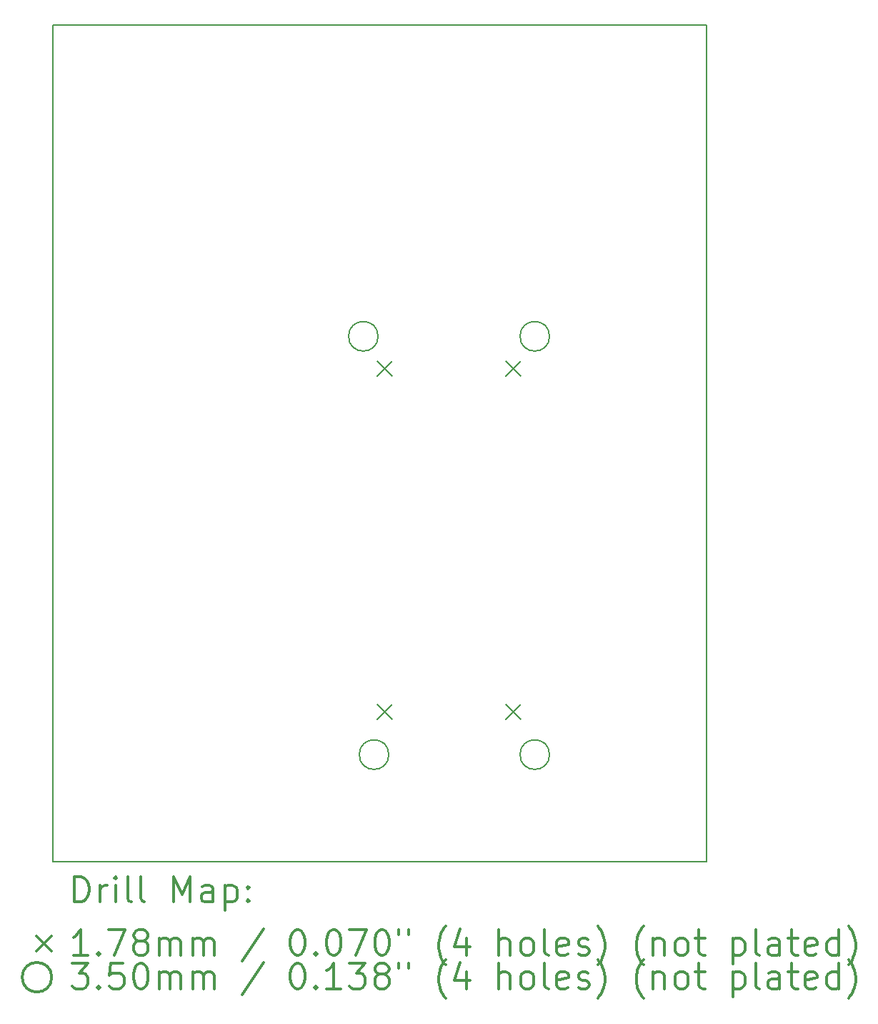
<source format=gbr>
%FSLAX45Y45*%
G04 Gerber Fmt 4.5, Leading zero omitted, Abs format (unit mm)*
G04 Created by KiCad (PCBNEW 4.0.7) date 03/08/18 20:01:22*
%MOMM*%
%LPD*%
G01*
G04 APERTURE LIST*
%ADD10C,0.127000*%
%ADD11C,0.200000*%
%ADD12C,0.300000*%
G04 APERTURE END LIST*
D10*
D11*
X12954000Y-16510000D02*
X20701000Y-16510000D01*
X20701000Y-6604000D02*
X12954000Y-6604000D01*
X12954000Y-16510000D02*
X12954000Y-16383000D01*
X20701000Y-11176000D02*
X20701000Y-16510000D01*
X20701000Y-6604000D02*
X20701000Y-11176000D01*
X12954000Y-16383000D02*
X12954000Y-6604000D01*
D11*
X16802000Y-10579000D02*
X16980000Y-10757000D01*
X16980000Y-10579000D02*
X16802000Y-10757000D01*
X16802000Y-14643000D02*
X16980000Y-14821000D01*
X16980000Y-14643000D02*
X16802000Y-14821000D01*
X18326000Y-10579000D02*
X18504000Y-10757000D01*
X18504000Y-10579000D02*
X18326000Y-10757000D01*
X18326000Y-14643000D02*
X18504000Y-14821000D01*
X18504000Y-14643000D02*
X18326000Y-14821000D01*
X16812000Y-10287000D02*
G75*
G03X16812000Y-10287000I-175000J0D01*
G01*
X16939000Y-15240000D02*
G75*
G03X16939000Y-15240000I-175000J0D01*
G01*
X18844000Y-10287000D02*
G75*
G03X18844000Y-10287000I-175000J0D01*
G01*
X18844000Y-15240000D02*
G75*
G03X18844000Y-15240000I-175000J0D01*
G01*
D12*
X13215428Y-16985714D02*
X13215428Y-16685714D01*
X13286857Y-16685714D01*
X13329714Y-16700000D01*
X13358286Y-16728571D01*
X13372571Y-16757143D01*
X13386857Y-16814286D01*
X13386857Y-16857143D01*
X13372571Y-16914286D01*
X13358286Y-16942857D01*
X13329714Y-16971429D01*
X13286857Y-16985714D01*
X13215428Y-16985714D01*
X13515428Y-16985714D02*
X13515428Y-16785714D01*
X13515428Y-16842857D02*
X13529714Y-16814286D01*
X13544000Y-16800000D01*
X13572571Y-16785714D01*
X13601143Y-16785714D01*
X13701143Y-16985714D02*
X13701143Y-16785714D01*
X13701143Y-16685714D02*
X13686857Y-16700000D01*
X13701143Y-16714286D01*
X13715428Y-16700000D01*
X13701143Y-16685714D01*
X13701143Y-16714286D01*
X13886857Y-16985714D02*
X13858286Y-16971429D01*
X13844000Y-16942857D01*
X13844000Y-16685714D01*
X14044000Y-16985714D02*
X14015428Y-16971429D01*
X14001143Y-16942857D01*
X14001143Y-16685714D01*
X14386857Y-16985714D02*
X14386857Y-16685714D01*
X14486857Y-16900000D01*
X14586857Y-16685714D01*
X14586857Y-16985714D01*
X14858286Y-16985714D02*
X14858286Y-16828572D01*
X14844000Y-16800000D01*
X14815428Y-16785714D01*
X14758286Y-16785714D01*
X14729714Y-16800000D01*
X14858286Y-16971429D02*
X14829714Y-16985714D01*
X14758286Y-16985714D01*
X14729714Y-16971429D01*
X14715428Y-16942857D01*
X14715428Y-16914286D01*
X14729714Y-16885714D01*
X14758286Y-16871429D01*
X14829714Y-16871429D01*
X14858286Y-16857143D01*
X15001143Y-16785714D02*
X15001143Y-17085714D01*
X15001143Y-16800000D02*
X15029714Y-16785714D01*
X15086857Y-16785714D01*
X15115428Y-16800000D01*
X15129714Y-16814286D01*
X15144000Y-16842857D01*
X15144000Y-16928572D01*
X15129714Y-16957143D01*
X15115428Y-16971429D01*
X15086857Y-16985714D01*
X15029714Y-16985714D01*
X15001143Y-16971429D01*
X15272571Y-16957143D02*
X15286857Y-16971429D01*
X15272571Y-16985714D01*
X15258286Y-16971429D01*
X15272571Y-16957143D01*
X15272571Y-16985714D01*
X15272571Y-16800000D02*
X15286857Y-16814286D01*
X15272571Y-16828572D01*
X15258286Y-16814286D01*
X15272571Y-16800000D01*
X15272571Y-16828572D01*
X12766000Y-17391000D02*
X12944000Y-17569000D01*
X12944000Y-17391000D02*
X12766000Y-17569000D01*
X13372571Y-17615714D02*
X13201143Y-17615714D01*
X13286857Y-17615714D02*
X13286857Y-17315714D01*
X13258286Y-17358572D01*
X13229714Y-17387143D01*
X13201143Y-17401429D01*
X13501143Y-17587143D02*
X13515428Y-17601429D01*
X13501143Y-17615714D01*
X13486857Y-17601429D01*
X13501143Y-17587143D01*
X13501143Y-17615714D01*
X13615428Y-17315714D02*
X13815428Y-17315714D01*
X13686857Y-17615714D01*
X13972571Y-17444286D02*
X13944000Y-17430000D01*
X13929714Y-17415714D01*
X13915428Y-17387143D01*
X13915428Y-17372857D01*
X13929714Y-17344286D01*
X13944000Y-17330000D01*
X13972571Y-17315714D01*
X14029714Y-17315714D01*
X14058286Y-17330000D01*
X14072571Y-17344286D01*
X14086857Y-17372857D01*
X14086857Y-17387143D01*
X14072571Y-17415714D01*
X14058286Y-17430000D01*
X14029714Y-17444286D01*
X13972571Y-17444286D01*
X13944000Y-17458572D01*
X13929714Y-17472857D01*
X13915428Y-17501429D01*
X13915428Y-17558572D01*
X13929714Y-17587143D01*
X13944000Y-17601429D01*
X13972571Y-17615714D01*
X14029714Y-17615714D01*
X14058286Y-17601429D01*
X14072571Y-17587143D01*
X14086857Y-17558572D01*
X14086857Y-17501429D01*
X14072571Y-17472857D01*
X14058286Y-17458572D01*
X14029714Y-17444286D01*
X14215428Y-17615714D02*
X14215428Y-17415714D01*
X14215428Y-17444286D02*
X14229714Y-17430000D01*
X14258286Y-17415714D01*
X14301143Y-17415714D01*
X14329714Y-17430000D01*
X14344000Y-17458572D01*
X14344000Y-17615714D01*
X14344000Y-17458572D02*
X14358286Y-17430000D01*
X14386857Y-17415714D01*
X14429714Y-17415714D01*
X14458286Y-17430000D01*
X14472571Y-17458572D01*
X14472571Y-17615714D01*
X14615428Y-17615714D02*
X14615428Y-17415714D01*
X14615428Y-17444286D02*
X14629714Y-17430000D01*
X14658286Y-17415714D01*
X14701143Y-17415714D01*
X14729714Y-17430000D01*
X14744000Y-17458572D01*
X14744000Y-17615714D01*
X14744000Y-17458572D02*
X14758286Y-17430000D01*
X14786857Y-17415714D01*
X14829714Y-17415714D01*
X14858286Y-17430000D01*
X14872571Y-17458572D01*
X14872571Y-17615714D01*
X15458286Y-17301429D02*
X15201143Y-17687143D01*
X15844000Y-17315714D02*
X15872571Y-17315714D01*
X15901143Y-17330000D01*
X15915428Y-17344286D01*
X15929714Y-17372857D01*
X15944000Y-17430000D01*
X15944000Y-17501429D01*
X15929714Y-17558572D01*
X15915428Y-17587143D01*
X15901143Y-17601429D01*
X15872571Y-17615714D01*
X15844000Y-17615714D01*
X15815428Y-17601429D01*
X15801143Y-17587143D01*
X15786857Y-17558572D01*
X15772571Y-17501429D01*
X15772571Y-17430000D01*
X15786857Y-17372857D01*
X15801143Y-17344286D01*
X15815428Y-17330000D01*
X15844000Y-17315714D01*
X16072571Y-17587143D02*
X16086857Y-17601429D01*
X16072571Y-17615714D01*
X16058286Y-17601429D01*
X16072571Y-17587143D01*
X16072571Y-17615714D01*
X16272571Y-17315714D02*
X16301143Y-17315714D01*
X16329714Y-17330000D01*
X16344000Y-17344286D01*
X16358285Y-17372857D01*
X16372571Y-17430000D01*
X16372571Y-17501429D01*
X16358285Y-17558572D01*
X16344000Y-17587143D01*
X16329714Y-17601429D01*
X16301143Y-17615714D01*
X16272571Y-17615714D01*
X16244000Y-17601429D01*
X16229714Y-17587143D01*
X16215428Y-17558572D01*
X16201143Y-17501429D01*
X16201143Y-17430000D01*
X16215428Y-17372857D01*
X16229714Y-17344286D01*
X16244000Y-17330000D01*
X16272571Y-17315714D01*
X16472571Y-17315714D02*
X16672571Y-17315714D01*
X16544000Y-17615714D01*
X16844000Y-17315714D02*
X16872571Y-17315714D01*
X16901143Y-17330000D01*
X16915428Y-17344286D01*
X16929714Y-17372857D01*
X16944000Y-17430000D01*
X16944000Y-17501429D01*
X16929714Y-17558572D01*
X16915428Y-17587143D01*
X16901143Y-17601429D01*
X16872571Y-17615714D01*
X16844000Y-17615714D01*
X16815428Y-17601429D01*
X16801143Y-17587143D01*
X16786857Y-17558572D01*
X16772571Y-17501429D01*
X16772571Y-17430000D01*
X16786857Y-17372857D01*
X16801143Y-17344286D01*
X16815428Y-17330000D01*
X16844000Y-17315714D01*
X17058286Y-17315714D02*
X17058286Y-17372857D01*
X17172571Y-17315714D02*
X17172571Y-17372857D01*
X17615428Y-17730000D02*
X17601143Y-17715714D01*
X17572571Y-17672857D01*
X17558286Y-17644286D01*
X17544000Y-17601429D01*
X17529714Y-17530000D01*
X17529714Y-17472857D01*
X17544000Y-17401429D01*
X17558286Y-17358572D01*
X17572571Y-17330000D01*
X17601143Y-17287143D01*
X17615428Y-17272857D01*
X17858286Y-17415714D02*
X17858286Y-17615714D01*
X17786857Y-17301429D02*
X17715428Y-17515714D01*
X17901143Y-17515714D01*
X18244000Y-17615714D02*
X18244000Y-17315714D01*
X18372571Y-17615714D02*
X18372571Y-17458572D01*
X18358286Y-17430000D01*
X18329714Y-17415714D01*
X18286857Y-17415714D01*
X18258286Y-17430000D01*
X18244000Y-17444286D01*
X18558286Y-17615714D02*
X18529714Y-17601429D01*
X18515428Y-17587143D01*
X18501143Y-17558572D01*
X18501143Y-17472857D01*
X18515428Y-17444286D01*
X18529714Y-17430000D01*
X18558286Y-17415714D01*
X18601143Y-17415714D01*
X18629714Y-17430000D01*
X18644000Y-17444286D01*
X18658286Y-17472857D01*
X18658286Y-17558572D01*
X18644000Y-17587143D01*
X18629714Y-17601429D01*
X18601143Y-17615714D01*
X18558286Y-17615714D01*
X18829714Y-17615714D02*
X18801143Y-17601429D01*
X18786857Y-17572857D01*
X18786857Y-17315714D01*
X19058286Y-17601429D02*
X19029714Y-17615714D01*
X18972571Y-17615714D01*
X18944000Y-17601429D01*
X18929714Y-17572857D01*
X18929714Y-17458572D01*
X18944000Y-17430000D01*
X18972571Y-17415714D01*
X19029714Y-17415714D01*
X19058286Y-17430000D01*
X19072571Y-17458572D01*
X19072571Y-17487143D01*
X18929714Y-17515714D01*
X19186857Y-17601429D02*
X19215429Y-17615714D01*
X19272571Y-17615714D01*
X19301143Y-17601429D01*
X19315429Y-17572857D01*
X19315429Y-17558572D01*
X19301143Y-17530000D01*
X19272571Y-17515714D01*
X19229714Y-17515714D01*
X19201143Y-17501429D01*
X19186857Y-17472857D01*
X19186857Y-17458572D01*
X19201143Y-17430000D01*
X19229714Y-17415714D01*
X19272571Y-17415714D01*
X19301143Y-17430000D01*
X19415428Y-17730000D02*
X19429714Y-17715714D01*
X19458286Y-17672857D01*
X19472571Y-17644286D01*
X19486857Y-17601429D01*
X19501143Y-17530000D01*
X19501143Y-17472857D01*
X19486857Y-17401429D01*
X19472571Y-17358572D01*
X19458286Y-17330000D01*
X19429714Y-17287143D01*
X19415428Y-17272857D01*
X19958286Y-17730000D02*
X19944000Y-17715714D01*
X19915428Y-17672857D01*
X19901143Y-17644286D01*
X19886857Y-17601429D01*
X19872571Y-17530000D01*
X19872571Y-17472857D01*
X19886857Y-17401429D01*
X19901143Y-17358572D01*
X19915428Y-17330000D01*
X19944000Y-17287143D01*
X19958286Y-17272857D01*
X20072571Y-17415714D02*
X20072571Y-17615714D01*
X20072571Y-17444286D02*
X20086857Y-17430000D01*
X20115428Y-17415714D01*
X20158286Y-17415714D01*
X20186857Y-17430000D01*
X20201143Y-17458572D01*
X20201143Y-17615714D01*
X20386857Y-17615714D02*
X20358286Y-17601429D01*
X20344000Y-17587143D01*
X20329714Y-17558572D01*
X20329714Y-17472857D01*
X20344000Y-17444286D01*
X20358286Y-17430000D01*
X20386857Y-17415714D01*
X20429714Y-17415714D01*
X20458286Y-17430000D01*
X20472571Y-17444286D01*
X20486857Y-17472857D01*
X20486857Y-17558572D01*
X20472571Y-17587143D01*
X20458286Y-17601429D01*
X20429714Y-17615714D01*
X20386857Y-17615714D01*
X20572571Y-17415714D02*
X20686857Y-17415714D01*
X20615429Y-17315714D02*
X20615429Y-17572857D01*
X20629714Y-17601429D01*
X20658286Y-17615714D01*
X20686857Y-17615714D01*
X21015429Y-17415714D02*
X21015429Y-17715714D01*
X21015429Y-17430000D02*
X21044000Y-17415714D01*
X21101143Y-17415714D01*
X21129714Y-17430000D01*
X21144000Y-17444286D01*
X21158286Y-17472857D01*
X21158286Y-17558572D01*
X21144000Y-17587143D01*
X21129714Y-17601429D01*
X21101143Y-17615714D01*
X21044000Y-17615714D01*
X21015429Y-17601429D01*
X21329714Y-17615714D02*
X21301143Y-17601429D01*
X21286857Y-17572857D01*
X21286857Y-17315714D01*
X21572571Y-17615714D02*
X21572571Y-17458572D01*
X21558286Y-17430000D01*
X21529714Y-17415714D01*
X21472571Y-17415714D01*
X21444000Y-17430000D01*
X21572571Y-17601429D02*
X21544000Y-17615714D01*
X21472571Y-17615714D01*
X21444000Y-17601429D01*
X21429714Y-17572857D01*
X21429714Y-17544286D01*
X21444000Y-17515714D01*
X21472571Y-17501429D01*
X21544000Y-17501429D01*
X21572571Y-17487143D01*
X21672571Y-17415714D02*
X21786857Y-17415714D01*
X21715429Y-17315714D02*
X21715429Y-17572857D01*
X21729714Y-17601429D01*
X21758286Y-17615714D01*
X21786857Y-17615714D01*
X22001143Y-17601429D02*
X21972572Y-17615714D01*
X21915429Y-17615714D01*
X21886857Y-17601429D01*
X21872572Y-17572857D01*
X21872572Y-17458572D01*
X21886857Y-17430000D01*
X21915429Y-17415714D01*
X21972572Y-17415714D01*
X22001143Y-17430000D01*
X22015429Y-17458572D01*
X22015429Y-17487143D01*
X21872572Y-17515714D01*
X22272572Y-17615714D02*
X22272572Y-17315714D01*
X22272572Y-17601429D02*
X22244000Y-17615714D01*
X22186857Y-17615714D01*
X22158286Y-17601429D01*
X22144000Y-17587143D01*
X22129714Y-17558572D01*
X22129714Y-17472857D01*
X22144000Y-17444286D01*
X22158286Y-17430000D01*
X22186857Y-17415714D01*
X22244000Y-17415714D01*
X22272572Y-17430000D01*
X22386857Y-17730000D02*
X22401143Y-17715714D01*
X22429714Y-17672857D01*
X22444000Y-17644286D01*
X22458286Y-17601429D01*
X22472571Y-17530000D01*
X22472571Y-17472857D01*
X22458286Y-17401429D01*
X22444000Y-17358572D01*
X22429714Y-17330000D01*
X22401143Y-17287143D01*
X22386857Y-17272857D01*
X12944000Y-17876000D02*
G75*
G03X12944000Y-17876000I-175000J0D01*
G01*
X13186857Y-17711714D02*
X13372571Y-17711714D01*
X13272571Y-17826000D01*
X13315428Y-17826000D01*
X13344000Y-17840286D01*
X13358286Y-17854572D01*
X13372571Y-17883143D01*
X13372571Y-17954572D01*
X13358286Y-17983143D01*
X13344000Y-17997429D01*
X13315428Y-18011714D01*
X13229714Y-18011714D01*
X13201143Y-17997429D01*
X13186857Y-17983143D01*
X13501143Y-17983143D02*
X13515428Y-17997429D01*
X13501143Y-18011714D01*
X13486857Y-17997429D01*
X13501143Y-17983143D01*
X13501143Y-18011714D01*
X13786857Y-17711714D02*
X13644000Y-17711714D01*
X13629714Y-17854572D01*
X13644000Y-17840286D01*
X13672571Y-17826000D01*
X13744000Y-17826000D01*
X13772571Y-17840286D01*
X13786857Y-17854572D01*
X13801143Y-17883143D01*
X13801143Y-17954572D01*
X13786857Y-17983143D01*
X13772571Y-17997429D01*
X13744000Y-18011714D01*
X13672571Y-18011714D01*
X13644000Y-17997429D01*
X13629714Y-17983143D01*
X13986857Y-17711714D02*
X14015428Y-17711714D01*
X14044000Y-17726000D01*
X14058286Y-17740286D01*
X14072571Y-17768857D01*
X14086857Y-17826000D01*
X14086857Y-17897429D01*
X14072571Y-17954572D01*
X14058286Y-17983143D01*
X14044000Y-17997429D01*
X14015428Y-18011714D01*
X13986857Y-18011714D01*
X13958286Y-17997429D01*
X13944000Y-17983143D01*
X13929714Y-17954572D01*
X13915428Y-17897429D01*
X13915428Y-17826000D01*
X13929714Y-17768857D01*
X13944000Y-17740286D01*
X13958286Y-17726000D01*
X13986857Y-17711714D01*
X14215428Y-18011714D02*
X14215428Y-17811714D01*
X14215428Y-17840286D02*
X14229714Y-17826000D01*
X14258286Y-17811714D01*
X14301143Y-17811714D01*
X14329714Y-17826000D01*
X14344000Y-17854572D01*
X14344000Y-18011714D01*
X14344000Y-17854572D02*
X14358286Y-17826000D01*
X14386857Y-17811714D01*
X14429714Y-17811714D01*
X14458286Y-17826000D01*
X14472571Y-17854572D01*
X14472571Y-18011714D01*
X14615428Y-18011714D02*
X14615428Y-17811714D01*
X14615428Y-17840286D02*
X14629714Y-17826000D01*
X14658286Y-17811714D01*
X14701143Y-17811714D01*
X14729714Y-17826000D01*
X14744000Y-17854572D01*
X14744000Y-18011714D01*
X14744000Y-17854572D02*
X14758286Y-17826000D01*
X14786857Y-17811714D01*
X14829714Y-17811714D01*
X14858286Y-17826000D01*
X14872571Y-17854572D01*
X14872571Y-18011714D01*
X15458286Y-17697429D02*
X15201143Y-18083143D01*
X15844000Y-17711714D02*
X15872571Y-17711714D01*
X15901143Y-17726000D01*
X15915428Y-17740286D01*
X15929714Y-17768857D01*
X15944000Y-17826000D01*
X15944000Y-17897429D01*
X15929714Y-17954572D01*
X15915428Y-17983143D01*
X15901143Y-17997429D01*
X15872571Y-18011714D01*
X15844000Y-18011714D01*
X15815428Y-17997429D01*
X15801143Y-17983143D01*
X15786857Y-17954572D01*
X15772571Y-17897429D01*
X15772571Y-17826000D01*
X15786857Y-17768857D01*
X15801143Y-17740286D01*
X15815428Y-17726000D01*
X15844000Y-17711714D01*
X16072571Y-17983143D02*
X16086857Y-17997429D01*
X16072571Y-18011714D01*
X16058286Y-17997429D01*
X16072571Y-17983143D01*
X16072571Y-18011714D01*
X16372571Y-18011714D02*
X16201143Y-18011714D01*
X16286857Y-18011714D02*
X16286857Y-17711714D01*
X16258285Y-17754572D01*
X16229714Y-17783143D01*
X16201143Y-17797429D01*
X16472571Y-17711714D02*
X16658285Y-17711714D01*
X16558285Y-17826000D01*
X16601143Y-17826000D01*
X16629714Y-17840286D01*
X16644000Y-17854572D01*
X16658285Y-17883143D01*
X16658285Y-17954572D01*
X16644000Y-17983143D01*
X16629714Y-17997429D01*
X16601143Y-18011714D01*
X16515428Y-18011714D01*
X16486857Y-17997429D01*
X16472571Y-17983143D01*
X16829714Y-17840286D02*
X16801143Y-17826000D01*
X16786857Y-17811714D01*
X16772571Y-17783143D01*
X16772571Y-17768857D01*
X16786857Y-17740286D01*
X16801143Y-17726000D01*
X16829714Y-17711714D01*
X16886857Y-17711714D01*
X16915428Y-17726000D01*
X16929714Y-17740286D01*
X16944000Y-17768857D01*
X16944000Y-17783143D01*
X16929714Y-17811714D01*
X16915428Y-17826000D01*
X16886857Y-17840286D01*
X16829714Y-17840286D01*
X16801143Y-17854572D01*
X16786857Y-17868857D01*
X16772571Y-17897429D01*
X16772571Y-17954572D01*
X16786857Y-17983143D01*
X16801143Y-17997429D01*
X16829714Y-18011714D01*
X16886857Y-18011714D01*
X16915428Y-17997429D01*
X16929714Y-17983143D01*
X16944000Y-17954572D01*
X16944000Y-17897429D01*
X16929714Y-17868857D01*
X16915428Y-17854572D01*
X16886857Y-17840286D01*
X17058286Y-17711714D02*
X17058286Y-17768857D01*
X17172571Y-17711714D02*
X17172571Y-17768857D01*
X17615428Y-18126000D02*
X17601143Y-18111714D01*
X17572571Y-18068857D01*
X17558286Y-18040286D01*
X17544000Y-17997429D01*
X17529714Y-17926000D01*
X17529714Y-17868857D01*
X17544000Y-17797429D01*
X17558286Y-17754572D01*
X17572571Y-17726000D01*
X17601143Y-17683143D01*
X17615428Y-17668857D01*
X17858286Y-17811714D02*
X17858286Y-18011714D01*
X17786857Y-17697429D02*
X17715428Y-17911714D01*
X17901143Y-17911714D01*
X18244000Y-18011714D02*
X18244000Y-17711714D01*
X18372571Y-18011714D02*
X18372571Y-17854572D01*
X18358286Y-17826000D01*
X18329714Y-17811714D01*
X18286857Y-17811714D01*
X18258286Y-17826000D01*
X18244000Y-17840286D01*
X18558286Y-18011714D02*
X18529714Y-17997429D01*
X18515428Y-17983143D01*
X18501143Y-17954572D01*
X18501143Y-17868857D01*
X18515428Y-17840286D01*
X18529714Y-17826000D01*
X18558286Y-17811714D01*
X18601143Y-17811714D01*
X18629714Y-17826000D01*
X18644000Y-17840286D01*
X18658286Y-17868857D01*
X18658286Y-17954572D01*
X18644000Y-17983143D01*
X18629714Y-17997429D01*
X18601143Y-18011714D01*
X18558286Y-18011714D01*
X18829714Y-18011714D02*
X18801143Y-17997429D01*
X18786857Y-17968857D01*
X18786857Y-17711714D01*
X19058286Y-17997429D02*
X19029714Y-18011714D01*
X18972571Y-18011714D01*
X18944000Y-17997429D01*
X18929714Y-17968857D01*
X18929714Y-17854572D01*
X18944000Y-17826000D01*
X18972571Y-17811714D01*
X19029714Y-17811714D01*
X19058286Y-17826000D01*
X19072571Y-17854572D01*
X19072571Y-17883143D01*
X18929714Y-17911714D01*
X19186857Y-17997429D02*
X19215429Y-18011714D01*
X19272571Y-18011714D01*
X19301143Y-17997429D01*
X19315429Y-17968857D01*
X19315429Y-17954572D01*
X19301143Y-17926000D01*
X19272571Y-17911714D01*
X19229714Y-17911714D01*
X19201143Y-17897429D01*
X19186857Y-17868857D01*
X19186857Y-17854572D01*
X19201143Y-17826000D01*
X19229714Y-17811714D01*
X19272571Y-17811714D01*
X19301143Y-17826000D01*
X19415428Y-18126000D02*
X19429714Y-18111714D01*
X19458286Y-18068857D01*
X19472571Y-18040286D01*
X19486857Y-17997429D01*
X19501143Y-17926000D01*
X19501143Y-17868857D01*
X19486857Y-17797429D01*
X19472571Y-17754572D01*
X19458286Y-17726000D01*
X19429714Y-17683143D01*
X19415428Y-17668857D01*
X19958286Y-18126000D02*
X19944000Y-18111714D01*
X19915428Y-18068857D01*
X19901143Y-18040286D01*
X19886857Y-17997429D01*
X19872571Y-17926000D01*
X19872571Y-17868857D01*
X19886857Y-17797429D01*
X19901143Y-17754572D01*
X19915428Y-17726000D01*
X19944000Y-17683143D01*
X19958286Y-17668857D01*
X20072571Y-17811714D02*
X20072571Y-18011714D01*
X20072571Y-17840286D02*
X20086857Y-17826000D01*
X20115428Y-17811714D01*
X20158286Y-17811714D01*
X20186857Y-17826000D01*
X20201143Y-17854572D01*
X20201143Y-18011714D01*
X20386857Y-18011714D02*
X20358286Y-17997429D01*
X20344000Y-17983143D01*
X20329714Y-17954572D01*
X20329714Y-17868857D01*
X20344000Y-17840286D01*
X20358286Y-17826000D01*
X20386857Y-17811714D01*
X20429714Y-17811714D01*
X20458286Y-17826000D01*
X20472571Y-17840286D01*
X20486857Y-17868857D01*
X20486857Y-17954572D01*
X20472571Y-17983143D01*
X20458286Y-17997429D01*
X20429714Y-18011714D01*
X20386857Y-18011714D01*
X20572571Y-17811714D02*
X20686857Y-17811714D01*
X20615429Y-17711714D02*
X20615429Y-17968857D01*
X20629714Y-17997429D01*
X20658286Y-18011714D01*
X20686857Y-18011714D01*
X21015429Y-17811714D02*
X21015429Y-18111714D01*
X21015429Y-17826000D02*
X21044000Y-17811714D01*
X21101143Y-17811714D01*
X21129714Y-17826000D01*
X21144000Y-17840286D01*
X21158286Y-17868857D01*
X21158286Y-17954572D01*
X21144000Y-17983143D01*
X21129714Y-17997429D01*
X21101143Y-18011714D01*
X21044000Y-18011714D01*
X21015429Y-17997429D01*
X21329714Y-18011714D02*
X21301143Y-17997429D01*
X21286857Y-17968857D01*
X21286857Y-17711714D01*
X21572571Y-18011714D02*
X21572571Y-17854572D01*
X21558286Y-17826000D01*
X21529714Y-17811714D01*
X21472571Y-17811714D01*
X21444000Y-17826000D01*
X21572571Y-17997429D02*
X21544000Y-18011714D01*
X21472571Y-18011714D01*
X21444000Y-17997429D01*
X21429714Y-17968857D01*
X21429714Y-17940286D01*
X21444000Y-17911714D01*
X21472571Y-17897429D01*
X21544000Y-17897429D01*
X21572571Y-17883143D01*
X21672571Y-17811714D02*
X21786857Y-17811714D01*
X21715429Y-17711714D02*
X21715429Y-17968857D01*
X21729714Y-17997429D01*
X21758286Y-18011714D01*
X21786857Y-18011714D01*
X22001143Y-17997429D02*
X21972572Y-18011714D01*
X21915429Y-18011714D01*
X21886857Y-17997429D01*
X21872572Y-17968857D01*
X21872572Y-17854572D01*
X21886857Y-17826000D01*
X21915429Y-17811714D01*
X21972572Y-17811714D01*
X22001143Y-17826000D01*
X22015429Y-17854572D01*
X22015429Y-17883143D01*
X21872572Y-17911714D01*
X22272572Y-18011714D02*
X22272572Y-17711714D01*
X22272572Y-17997429D02*
X22244000Y-18011714D01*
X22186857Y-18011714D01*
X22158286Y-17997429D01*
X22144000Y-17983143D01*
X22129714Y-17954572D01*
X22129714Y-17868857D01*
X22144000Y-17840286D01*
X22158286Y-17826000D01*
X22186857Y-17811714D01*
X22244000Y-17811714D01*
X22272572Y-17826000D01*
X22386857Y-18126000D02*
X22401143Y-18111714D01*
X22429714Y-18068857D01*
X22444000Y-18040286D01*
X22458286Y-17997429D01*
X22472571Y-17926000D01*
X22472571Y-17868857D01*
X22458286Y-17797429D01*
X22444000Y-17754572D01*
X22429714Y-17726000D01*
X22401143Y-17683143D01*
X22386857Y-17668857D01*
M02*

</source>
